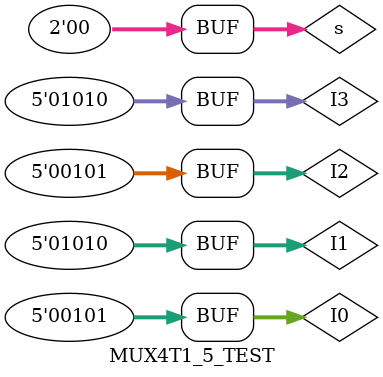
<source format=v>
`timescale 1ns / 1ps


module MUX4T1_5_TEST;

	// Inputs
	reg [4:0] I0;
	reg [4:0] I1;
	reg [4:0] I2;
	reg [4:0] I3;
	reg [1:0] s;

	// Outputs
	wire [4:0] o;

	// Instantiate the Unit Under Test (UUT)
	MUX4T1_5 uut (
		.I0(I0), 
		.I1(I1), 
		.I2(I2), 
		.I3(I3), 
		.s(s), 
		.o(o)
	);

initial begin
      s = 0;
		I0 = 0;
		I1 = 1;
		I2 = 2;
		I3 = 3;
		#50;
		s = 0;
		#50;
		s = 1;
		#50;
		s = 2;
		#50;
		s = 3;
		#50;
		I0 = 5'h05;
		I1 = 5'h0A;
		I2 = 5'h05;
		I3 = 5'h0A;
		#50;
		s = 0;
		#50;
		s = 1;
		#50;
		s = 2;
		#50;
		s = 3;
		#50;
		s = 0;
		#50;
	end
      
endmodule


</source>
